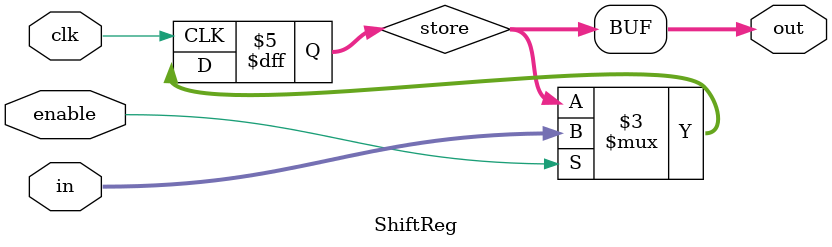
<source format=v>
`timescale 1ns / 1ps
module ShiftReg(
    input clk,
    input enable,
    input [31:0]in,
    output [31:0]out
);
    reg [31:0]store;
    always @ (posedge clk) begin
        if(enable)
            store = in;
    end
    assign out = store;
endmodule

</source>
